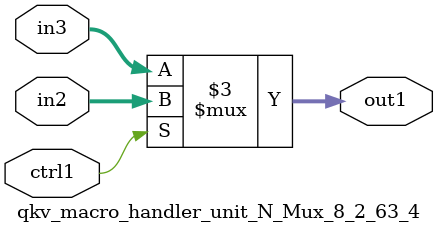
<source format=v>

`timescale 1ps / 1ps


module qkv_macro_handler_unit_N_Mux_8_2_63_4( in3, in2, ctrl1, out1 );

    input [7:0] in3;
    input [7:0] in2;
    input ctrl1;
    output [7:0] out1;
    reg [7:0] out1;

    
    // rtl_process:qkv_macro_handler_unit_N_Mux_8_2_63_4/qkv_macro_handler_unit_N_Mux_8_2_63_4_thread_1
    always @*
      begin : qkv_macro_handler_unit_N_Mux_8_2_63_4_thread_1
        case (ctrl1) 
          1'b1: 
            begin
              out1 = in2;
            end
          default: 
            begin
              out1 = in3;
            end
        endcase
      end

endmodule



</source>
